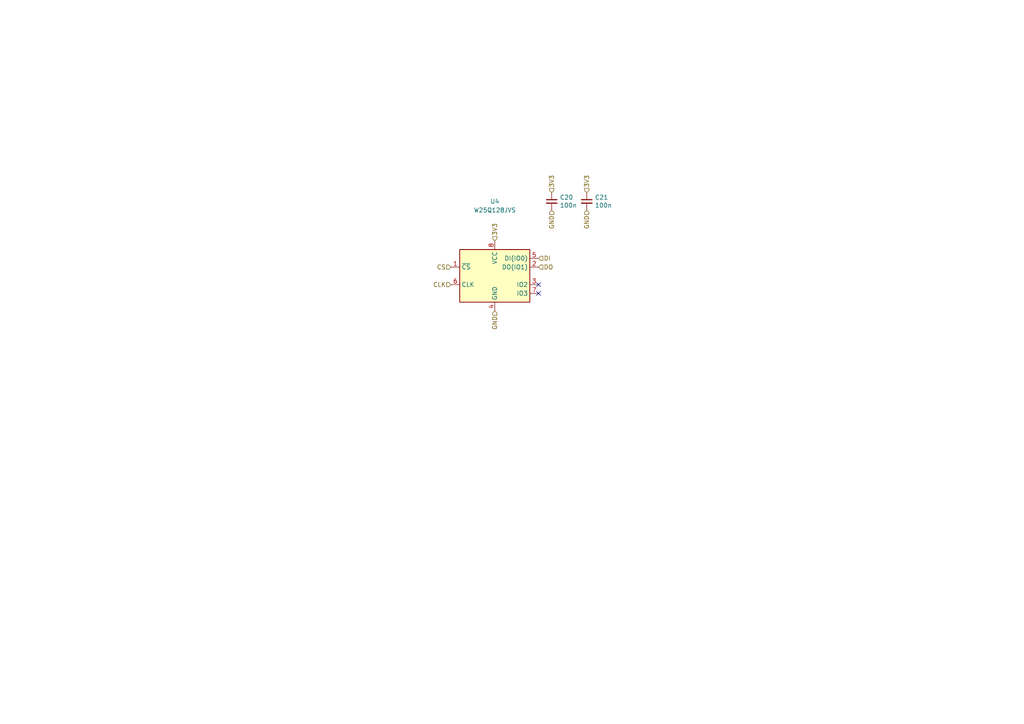
<source format=kicad_sch>
(kicad_sch (version 20231120) (generator "eeschema") (generator_version "8.0")
  (paper "A4")
  (lib_symbols
    (symbol "Device:C_Small" (pin_numbers hide) (pin_names (offset 0.254) hide)
      (property "Reference" "C" (at 0.254 1.778 0))
      (property "Value" "C_Small" (at 0.254 -2.032 0))
      (symbol "C_Small_0_1"
        (polyline (pts (xy -1.524 -0.508) (xy 1.524 -0.508)) (stroke (width 0.3302)))
        (polyline (pts (xy -1.524 0.508) (xy 1.524 0.508)) (stroke (width 0.3048)))
      )
      (symbol "C_Small_1_1"
        (pin passive line (at 0 2.54 270) (length 2.032) (name "~") (number "1"))
        (pin passive line (at 0 -2.54 90) (length 2.032) (name "~") (number "2"))
      )
    )
    (symbol "jantteri_left-rescue:W25Q128JVS-Memory_Flash"
      (property "Reference" "U" (at -8.89 8.89 0))
      (property "Value" "Memory_Flash_W25Q128JVS" (at 7.62 8.89 0))
      (symbol "W25Q128JVS-Memory_Flash_0_1"
        (rectangle (start -10.16 7.62) (end 10.16 -7.62) (stroke (width 0.254)) (fill (type background)))
      )
      (symbol "W25Q128JVS-Memory_Flash_1_1"
        (pin input line (at -12.7 2.54 0) (length 2.54) (name "~{CS}") (number "1"))
        (pin bidirectional line (at 12.7 2.54 180) (length 2.54) (name "DO(IO1)") (number "2"))
        (pin bidirectional line (at 12.7 -2.54 180) (length 2.54) (name "IO2") (number "3"))
        (pin power_in line (at 0 -10.16 90) (length 2.54) (name "GND") (number "4"))
        (pin bidirectional line (at 12.7 5.08 180) (length 2.54) (name "DI(IO0)") (number "5"))
        (pin input line (at -12.7 -2.54 0) (length 2.54) (name "CLK") (number "6"))
        (pin bidirectional line (at 12.7 -5.08 180) (length 2.54) (name "IO3") (number "7"))
        (pin power_in line (at 0 10.16 270) (length 2.54) (name "VCC") (number "8"))
      )
    )
  )
  (no_connect (at 156.21 85.09))
  (no_connect (at 156.21 82.55))
  (hierarchical_label "DO" (shape input) (at 156.21 77.47 0))
  (hierarchical_label "CS" (shape input) (at 130.81 77.47 180))
  (hierarchical_label "CLK" (shape input) (at 130.81 82.55 180))
  (hierarchical_label "DI" (shape input) (at 156.21 74.93 0))
  (hierarchical_label "3V3" (shape input) (at 143.51 69.85 90))
  (hierarchical_label "GND" (shape input) (at 160.02 60.96 270))
  (hierarchical_label "GND" (shape input) (at 143.51 90.17 270))
  (hierarchical_label "GND" (shape input) (at 170.18 60.96 270))
  (hierarchical_label "3V3" (shape input) (at 170.18 55.88 90))
  (hierarchical_label "3V3" (shape input) (at 160.02 55.88 90))
  (symbol (lib_id "jantteri_left-rescue:W25Q128JVS-Memory_Flash") (at 143.51 80.01 0) (unit 1)
    (property "Reference" "U4" (at 143.51 58.42 0))
    (property "Value" "W25Q128JVS" (at 143.51 60.96 0))
    (property "Footprint" "Package_SO:SOIC-8_5.23x5.23mm_P1.27mm" (effects (hide yes)))
    (property "Datasheet" "http://www.winbond.com/resource-files/w25q128jv_dtr%20revc%2003272018%20plus.pdf" (effects (hide yes)))
    (property "LCSC" "C97521" (effects (hide yes)))
  )
  (symbol (lib_id "Device:C_Small") (at 160.02 58.42 0) (unit 1)
    (property "Reference" "C20" (at 162.3568 57.2516 0) (effects (justify left)))
    (property "Value" "100n" (at 162.3568 59.563 0) (effects (justify left)))
    (property "Footprint" "Capacitor_SMD:C_0603_1608Metric" (effects (hide yes)))
    (property "LCSC" "C14663" (effects (hide yes)))
  )
  (symbol (lib_id "Device:C_Small") (at 170.18 58.42 0) (unit 1)
    (property "Reference" "C21" (at 172.5168 57.2516 0) (effects (justify left)))
    (property "Value" "100n" (at 172.5168 59.563 0) (effects (justify left)))
    (property "Footprint" "Capacitor_SMD:C_0603_1608Metric" (effects (hide yes)))
    (property "LCSC" "C14663" (effects (hide yes)))
  )
)
</source>
